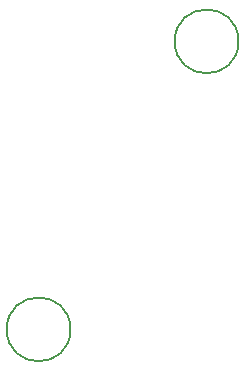
<source format=gbr>
%TF.GenerationSoftware,KiCad,Pcbnew,7.0.8*%
%TF.CreationDate,2024-11-10T19:24:17+09:00*%
%TF.ProjectId,LSM_Module_V0.1.0,4c534d5f-4d6f-4647-956c-655f56302e31,rev?*%
%TF.SameCoordinates,Original*%
%TF.FileFunction,Other,Comment*%
%FSLAX46Y46*%
G04 Gerber Fmt 4.6, Leading zero omitted, Abs format (unit mm)*
G04 Created by KiCad (PCBNEW 7.0.8) date 2024-11-10 19:24:17*
%MOMM*%
%LPD*%
G01*
G04 APERTURE LIST*
%ADD10C,0.150000*%
G04 APERTURE END LIST*
D10*
%TO.C,M2.5*%
X6764000Y-28448000D02*
G75*
G03*
X6764000Y-28448000I-2700000J0D01*
G01*
X20988000Y-4064000D02*
G75*
G03*
X20988000Y-4064000I-2700000J0D01*
G01*
%TD*%
M02*

</source>
